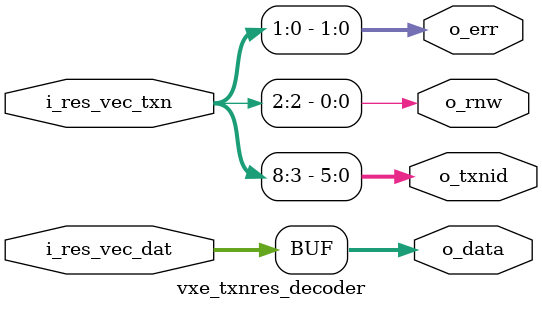
<source format=v>
/*
 * Copyright (c) 2020-2021 The VxEngine Project. All rights reserved.
 *
 * Redistribution and use in source and binary forms, with or without
 * modification, are permitted provided that the following conditions
 * are met:
 * 1. Redistributions of source code must retain the above copyright
 *    notice, this list of conditions and the following disclaimer.
 * 2. Redistributions in binary form must reproduce the above copyright
 *    notice, this list of conditions and the following disclaimer in the
 *    documentation and/or other materials provided with the distribution.
 *
 * THIS SOFTWARE IS PROVIDED BY THE AUTHOR AND CONTRIBUTORS ``AS IS'' AND
 * ANY EXPRESS OR IMPLIED WARRANTIES, INCLUDING, BUT NOT LIMITED TO, THE
 * IMPLIED WARRANTIES OF MERCHANTABILITY AND FITNESS FOR A PARTICULAR PURPOSE
 * ARE DISCLAIMED.  IN NO EVENT SHALL THE AUTHOR OR CONTRIBUTORS BE LIABLE
 * FOR ANY DIRECT, INDIRECT, INCIDENTAL, SPECIAL, EXEMPLARY, OR CONSEQUENTIAL
 * DAMAGES (INCLUDING, BUT NOT LIMITED TO, PROCUREMENT OF SUBSTITUTE GOODS
 * OR SERVICES; LOSS OF USE, DATA, OR PROFITS; OR BUSINESS INTERRUPTION)
 * HOWEVER CAUSED AND ON ANY THEORY OF LIABILITY, WHETHER IN CONTRACT, STRICT
 * LIABILITY, OR TORT (INCLUDING NEGLIGENCE OR OTHERWISE) ARISING IN ANY WAY
 * OUT OF THE USE OF THIS SOFTWARE, EVEN IF ADVISED OF THE POSSIBILITY OF
 * SUCH DAMAGE.
 */

/*
 * Transaction response decoder
 */


/* Resp decoder */
module vxe_txnres_decoder(
	i_res_vec_txn,
	i_res_vec_dat,
	o_txnid,
	o_rnw,
	o_err,
	o_data
);
input wire [8:0]	i_res_vec_txn;	/* Transaction info */
input wire [63:0]	i_res_vec_dat;	/* Transaction data */
output wire [5:0]	o_txnid;	/* Transaction Id */
output wire		o_rnw;		/* Read or Write transaction */
output wire [1:0]	o_err;		/* Error status */
output wire [63:0]	o_data;		/* Read data (if i_rnw == 1) */


assign o_txnid = i_res_vec_txn[8:3];
assign o_rnw = i_res_vec_txn[2];
assign o_err = i_res_vec_txn[1:0];

assign o_data = i_res_vec_dat;


endmodule /* vxe_txnres_decoder */

</source>
